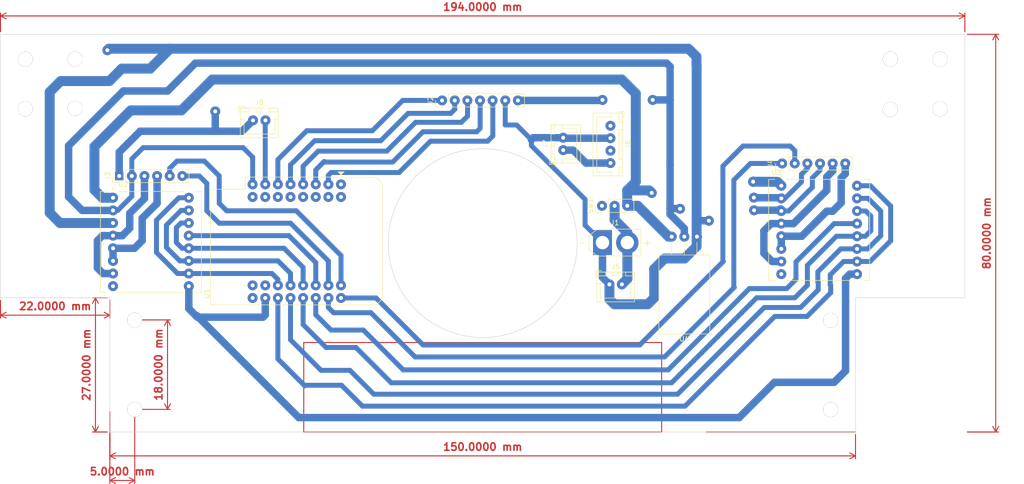
<source format=kicad_pcb>
(kicad_pcb (version 20221018) (generator pcbnew)
  (layers (0 "F.Cu" signal) (31 "B.Cu" signal) (34 "B.Paste" user) (35 "F.Paste" user) (36 "B.SilkS" user "B.Silkscreen") (37 "F.SilkS" user "F.Silkscreen") (38 "B.Mask" user) (39 "F.Mask" user) (44 "Edge.Cuts" user))
  (net 0 "")
  (net 2 "GND")
  (net 3 "BATT")
  (net 4 "OUTB_LEFT")
  (net 5 "OUTA_LEFT")
  (net 6 "STBY_LEFT")
  (net 7 "IN2_LEFT")
  (net 9 "IN1_LEFT")
  (net 10 "+3.3V")
  (net 11 "PWM_RIGH")
  (net 12 "IN1_RIGH")
  (net 13 "IN2_RIGH")
  (net 14 "STBY_RIGH")
  (net 15 "OUTA_RIGH")
  (net 17 "OUTB_RIGH")
  (net 18 "ADC")
  (net 19 "MUX1")
  (net 20 "MUX2")
  (net 21 "MUX3")
  (net 22 "MUX4")
  (net 24 "PWM_LEFT")
  (net 25 "M1_LEFT")
  (net 26 "M2_LEFT")
  (net 27 "M1_RIGH")
  (net 28 "M2_RIGH")
  (net 30 "Net-(J1-Pin_2)")
  (net 34 "7.4V")
  (net 35 "PWM_TURBINE")
  (footprint "Footprint:TB6612FNG_MODULE" (layer "F.Cu") (at 222.69 99.35)
    (fp_text reference "U3" (at -8.5932 -11.5132) (layer "F.SilkS"))
    (fp_text value "MOTOR_RIGH")
    (pad "1" thru_hole circle (at -7.62 -8.89) (size 2 2) (drill 0.8) (layers "*.Cu" "*.Mask") (net 3 "BATT"))
    (pad "2" thru_hole circle (at -7.62 -6.35) (size 2 2) (drill 0.8) (layers "*.Cu" "*.Mask") (net 10 "+3.3V"))
    (pad "3" thru_hole circle (at -7.62 -3.81) (size 2 2) (drill 0.8) (layers "*.Cu" "*.Mask") (net 2 "GND"))
    (pad "4" thru_hole circle (at -7.62 -1.27) (size 2 2) (drill 0.8) (layers "*.Cu" "*.Mask") (net 27 "M1_RIGH"))
    (pad "5" thru_hole circle (at -7.62 1.27) (size 2 2) (drill 0.8) (layers "*.Cu" "*.Mask") (net 28 "M2_RIGH"))
    (pad "6" thru_hole circle (at -7.62 3.81) (size 2 2) (drill 0.8) (layers "*.Cu" "*.Mask") (net 28 "M2_RIGH"))
    (pad "7" thru_hole circle (at -7.62 6.35) (size 2 2) (drill 0.8) (layers "*.Cu" "*.Mask") (net 27 "M1_RIGH"))
    (pad "8" thru_hole circle (at -7.62 8.89) (size 2 2) (drill 0.8) (layers "*.Cu" "*.Mask") (net 2 "GND"))
    (pad "9" thru_hole circle (at 7.62 8.89) (size 2 2) (drill 0.8) (layers "*.Cu" "*.Mask") (net 2 "GND"))
    (pad "10" thru_hole circle (at 7.62 6.35) (size 2 2) (drill 0.8) (layers "*.Cu" "*.Mask") (net 11 "PWM_RIGH"))
    (pad "11" thru_hole circle (at 7.62 3.81) (size 2 2) (drill 0.8) (layers "*.Cu" "*.Mask") (net 13 "IN2_RIGH"))
    (pad "12" thru_hole circle (at 7.62 1.27) (size 2 2) (drill 0.8) (layers "*.Cu" "*.Mask") (net 12 "IN1_RIGH"))
    (pad "13" thru_hole circle (at 7.62 -1.27) (size 2 2) (drill 0.8) (layers "*.Cu" "*.Mask") (net 14 "STBY_RIGH"))
    (pad "14" thru_hole circle (at 7.62 -3.81) (size 2 2) (drill 0.8) (layers "*.Cu" "*.Mask") (net 12 "IN1_RIGH"))
    (pad "15" thru_hole circle (at 7.62 -6.35) (size 2 2) (drill 0.8) (layers "*.Cu" "*.Mask") (net 13 "IN2_RIGH"))
    (pad "16" thru_hole circle (at 7.62 -8.89) (size 2 2) (drill 0.8) (layers "*.Cu" "*.Mask") (net 11 "PWM_RIGH"))
  )
  (footprint "Connectors_XT30-60:AMASS_XT30U-F_1x02_P5.0mm_Vertical" (layer "F.Cu") (at 179.1 101.9)
    (fp_text reference "J1" (at 2.5 -4) (layer "F.SilkS"))
    (fp_text value "BATT_11.1V")
    (fp_text user "-" (at -4 0) (layer "F.SilkS") (effects (font (size 1.5 1.5))))
    (fp_text user "+" (at 9 0) (layer "F.SilkS") (effects (font (size 1.5 1.5))))
    (pad "1" thru_hole rect (at 0 0) (size 3.8 5) (drill 2.7) (layers "*.Cu" "*.Mask") (net 2 "GND"))
    (pad "2" thru_hole circle (at 5 0) (size 4.5 4.5) (drill 2.7) (layers "*.Cu" "*.Mask") (net 30 "Net-(J1-Pin_2)"))
  )
  (footprint "Footprint:TB6612FNG_MODULE" (layer "F.Cu") (at 88.26 101.77)
    (fp_text reference "U2" (at -5.5332 -11.6132) (layer "F.SilkS"))
    (fp_text value "MOTOR_LEFT")
    (pad "1" thru_hole circle (at -7.62 -8.89) (size 2 2) (drill 0.8) (layers "*.Cu" "*.Mask") (net 3 "BATT"))
    (pad "2" thru_hole circle (at -7.62 -6.35) (size 2 2) (drill 0.8) (layers "*.Cu" "*.Mask") (net 10 "+3.3V"))
    (pad "3" thru_hole circle (at -7.62 -3.81) (size 2 2) (drill 0.8) (layers "*.Cu" "*.Mask") (net 2 "GND"))
    (pad "4" thru_hole circle (at -7.62 -1.27) (size 2 2) (drill 0.8) (layers "*.Cu" "*.Mask") (net 25 "M1_LEFT"))
    (pad "5" thru_hole circle (at -7.62 1.27) (size 2 2) (drill 0.8) (layers "*.Cu" "*.Mask") (net 26 "M2_LEFT"))
    (pad "6" thru_hole circle (at -7.62 3.81) (size 2 2) (drill 0.8) (layers "*.Cu" "*.Mask") (net 26 "M2_LEFT"))
    (pad "7" thru_hole circle (at -7.62 6.35) (size 2 2) (drill 0.8) (layers "*.Cu" "*.Mask") (net 25 "M1_LEFT"))
    (pad "8" thru_hole circle (at -7.62 8.89) (size 2 2) (drill 0.8) (layers "*.Cu" "*.Mask") (net 2 "GND"))
    (pad "9" thru_hole circle (at 7.62 8.89) (size 2 2) (drill 0.8) (layers "*.Cu" "*.Mask") (net 2 "GND"))
    (pad "10" thru_hole circle (at 7.62 6.35) (size 2 2) (drill 0.8) (layers "*.Cu" "*.Mask") (net 24 "PWM_LEFT"))
    (pad "11" thru_hole circle (at 7.62 3.81) (size 2 2) (drill 0.8) (layers "*.Cu" "*.Mask") (net 7 "IN2_LEFT"))
    (pad "12" thru_hole circle (at 7.62 1.27) (size 2 2) (drill 0.8) (layers "*.Cu" "*.Mask") (net 9 "IN1_LEFT"))
    (pad "13" thru_hole circle (at 7.62 -1.27) (size 2 2) (drill 0.8) (layers "*.Cu" "*.Mask") (net 6 "STBY_LEFT"))
    (pad "14" thru_hole circle (at 7.62 -3.81) (size 2 2) (drill 0.8) (layers "*.Cu" "*.Mask") (net 9 "IN1_LEFT"))
    (pad "15" thru_hole circle (at 7.62 -6.35) (size 2 2) (drill 0.8) (layers "*.Cu" "*.Mask") (net 7 "IN2_LEFT"))
    (pad "16" thru_hole circle (at 7.62 -8.89) (size 2 2) (drill 0.8) (layers "*.Cu" "*.Mask") (net 24 "PWM_LEFT"))
  )
  (footprint "Package_TO_SOT_THT:TO-220-3_Horizontal_TabDown" (layer "F.Cu") (at 198.1 100.7 180)
    (fp_text reference "U4" (at 2.54 -20.58) (layer "F.SilkS"))
    (fp_text value "LM1117T-3.3")
    (pad "" np_thru_hole oval (at 2.54 -16.66 180) (size 3.5 3.5) (drill 3.5) (layers "*.Cu" "*.Mask"))
    (pad "1" thru_hole circle (at 0 0 180) (size 2 2) (drill 0.8) (layers "*.Cu" "*.Mask") (net 2 "GND"))
    (pad "2" thru_hole circle (at 2.54 0 180) (size 2 2) (drill 0.8) (layers "*.Cu" "*.Mask") (net 10 "+3.3V"))
    (pad "3" thru_hole circle (at 5.08 0 180) (size 2 2) (drill 0.8) (layers "*.Cu" "*.Mask") (net 3 "BATT"))
  )
  (footprint "Connector_JST:JST_XH_B2B-XH-A_1x02_P2.50mm_Vertical" (layer "F.Cu") (at 108.8 77.3)
    (fp_text reference "J8" (at 1.25 -3.55) (layer "F.SilkS"))
    (fp_text value "TURBINE_PWM")
    (pad "1" thru_hole circle (at 0 0) (size 2 2) (drill 0.8) (layers "*.Cu" "*.Mask") (net 2 "GND"))
    (pad "2" thru_hole circle (at 2.5 0) (size 2 2) (drill 0.8) (layers "*.Cu" "*.Mask") (net 35 "PWM_TURBINE"))
  )
  (footprint "Connector_PinHeader_2.54mm:PinHeader_1x06_P2.54mm_Vertical" (layer "F.Cu") (at 215.24 85.98 90)
    (fp_text reference "J4" (at 0 -2.33 90) (layer "F.SilkS"))
    (fp_text value "ENODER_RIGH")
    (pad "1" thru_hole circle (at 0 0 90) (size 2 2) (drill 0.8) (layers "*.Cu" "*.Mask") (net 17 "OUTB_RIGH"))
    (pad "2" thru_hole circle (at 0 2.54 90) (size 2 2) (drill 0.8) (layers "*.Cu" "*.Mask") (net 15 "OUTA_RIGH"))
    (pad "3" thru_hole circle (at 0 5.08 90) (size 2 2) (drill 0.8) (layers "*.Cu" "*.Mask") (net 10 "+3.3V"))
    (pad "4" thru_hole circle (at 0 7.62 90) (size 2 2) (drill 0.8) (layers "*.Cu" "*.Mask") (net 2 "GND"))
    (pad "5" thru_hole circle (at 0 10.16 90) (size 2 2) (drill 0.8) (layers "*.Cu" "*.Mask") (net 27 "M1_RIGH"))
    (pad "6" thru_hole circle (at 0 12.7 90) (size 2 2) (drill 0.8) (layers "*.Cu" "*.Mask") (net 28 "M2_RIGH"))
  )
  (footprint "Module:WEMOS_S2_mini" (layer "F.Cu") (at 126.5 90.18 -90)
    (fp_text reference "U1" (at 22 27 90) (layer "F.SilkS"))
    (fp_text value "WeMos_S2_mini")
    (pad "1" thru_hole circle (at 0 0 270) (size 2 2) (drill 0.8) (layers "*.Cu" "*.Mask"))
    (pad "2" thru_hole circle (at 0 2.54 270) (size 2 2) (drill 0.8) (layers "*.Cu" "*.Mask") (net 18 "ADC"))
    (pad "3" thru_hole circle (at 0 5.08 270) (size 2 2) (drill 0.8) (layers "*.Cu" "*.Mask") (net 19 "MUX1"))
    (pad "4" thru_hole circle (at 0 7.62 270) (size 2 2) (drill 0.8) (layers "*.Cu" "*.Mask") (net 20 "MUX2"))
    (pad "5" thru_hole circle (at 0 10.16 270) (size 2 2) (drill 0.8) (layers "*.Cu" "*.Mask") (net 21 "MUX3"))
    (pad "6" thru_hole circle (at 0 12.7 270) (size 2 2) (drill 0.8) (layers "*.Cu" "*.Mask") (net 22 "MUX4"))
    (pad "7" thru_hole circle (at 0 15.24 270) (size 2 2) (drill 0.8) (layers "*.Cu" "*.Mask") (net 35 "PWM_TURBINE"))
    (pad "8" thru_hole circle (at 0 17.78 270) (size 2 2) (drill 0.8) (layers "*.Cu" "*.Mask") (net 10 "+3.3V"))
    (pad "9" thru_hole circle (at 22.86 17.78 270) (size 2 2) (drill 0.8) (layers "*.Cu" "*.Mask"))
    (pad "10" thru_hole circle (at 22.86 15.24 270) (size 2 2) (drill 0.8) (layers "*.Cu" "*.Mask") (net 2 "GND"))
    (pad "11" thru_hole circle (at 22.86 12.7 270) (size 2 2) (drill 0.8) (layers "*.Cu" "*.Mask") (net 11 "PWM_RIGH"))
    (pad "12" thru_hole circle (at 22.86 10.16 270) (size 2 2) (drill 0.8) (layers "*.Cu" "*.Mask") (net 13 "IN2_RIGH"))
    (pad "13" thru_hole circle (at 22.86 7.62 270) (size 2 2) (drill 0.8) (layers "*.Cu" "*.Mask") (net 12 "IN1_RIGH"))
    (pad "14" thru_hole circle (at 22.86 5.08 270) (size 2 2) (drill 0.8) (layers "*.Cu" "*.Mask") (net 14 "STBY_RIGH"))
    (pad "15" thru_hole circle (at 22.86 2.54 270) (size 2 2) (drill 0.8) (layers "*.Cu" "*.Mask") (net 17 "OUTB_RIGH"))
    (pad "16" thru_hole circle (at 22.86 0 270) (size 2 2) (drill 0.8) (layers "*.Cu" "*.Mask") (net 15 "OUTA_RIGH"))
    (pad "17" thru_hole circle (at 2.54 0 270) (size 2 2) (drill 0.8) (layers "*.Cu" "*.Mask"))
    (pad "18" thru_hole circle (at 2.54 2.54 270) (size 2 2) (drill 0.8) (layers "*.Cu" "*.Mask"))
    (pad "19" thru_hole circle (at 2.54 5.08 270) (size 2 2) (drill 0.8) (layers "*.Cu" "*.Mask"))
    (pad "20" thru_hole circle (at 2.54 7.62 270) (size 2 2) (drill 0.8) (layers "*.Cu" "*.Mask"))
    (pad "21" thru_hole circle (at 2.54 10.16 270) (size 2 2) (drill 0.8) (layers "*.Cu" "*.Mask"))
    (pad "22" thru_hole circle (at 2.54 12.7 270) (size 2 2) (drill 0.8) (layers "*.Cu" "*.Mask"))
    (pad "23" thru_hole circle (at 2.54 15.24 270) (size 2 2) (drill 0.8) (layers "*.Cu" "*.Mask"))
    (pad "24" thru_hole circle (at 2.54 17.78 270) (size 2 2) (drill 0.8) (layers "*.Cu" "*.Mask"))
    (pad "25" thru_hole circle (at 20.32 17.78 270) (size 2 2) (drill 0.8) (layers "*.Cu" "*.Mask"))
    (pad "26" thru_hole circle (at 20.32 15.24 270) (size 2 2) (drill 0.8) (layers "*.Cu" "*.Mask") (net 2 "GND"))
    (pad "27" thru_hole circle (at 20.32 12.7 270) (size 2 2) (drill 0.8) (layers "*.Cu" "*.Mask") (net 24 "PWM_LEFT"))
    (pad "28" thru_hole circle (at 20.32 10.16 270) (size 2 2) (drill 0.8) (layers "*.Cu" "*.Mask") (net 7 "IN2_LEFT"))
    (pad "29" thru_hole circle (at 20.32 7.62 270) (size 2 2) (drill 0.8) (layers "*.Cu" "*.Mask") (net 9 "IN1_LEFT"))
    (pad "30" thru_hole circle (at 20.32 5.08 270) (size 2 2) (drill 0.8) (layers "*.Cu" "*.Mask") (net 6 "STBY_LEFT"))
    (pad "31" thru_hole circle (at 20.32 2.54 270) (size 2 2) (drill 0.8) (layers "*.Cu" "*.Mask") (net 5 "OUTA_LEFT"))
    (pad "32" thru_hole circle (at 20.32 0 270) (size 2 2) (drill 0.8) (layers "*.Cu" "*.Mask") (net 4 "OUTB_LEFT"))
  )
  (footprint "Connector_JST:JST_XH_B2B-XH-A_1x02_P2.50mm_Vertical" (layer "F.Cu") (at 180.5 110.3)
    (fp_text reference "J5" (at 1.25 -3.55) (layer "F.SilkS"))
    (fp_text value "BATT_7.4V")
    (pad "1" thru_hole circle (at 0 0) (size 2 2) (drill 0.8) (layers "*.Cu" "*.Mask") (net 2 "GND"))
    (pad "2" thru_hole circle (at 2.5 0) (size 2 2) (drill 0.8) (layers "*.Cu" "*.Mask") (net 30 "Net-(J1-Pin_2)"))
  )
  (footprint "Connector_PinHeader_2.54mm:PinHeader_1x06_P2.54mm_Vertical" (layer "F.Cu") (at 81.88 88.5 90)
    (fp_text reference "J3" (at 0 -2.33 90) (layer "F.SilkS"))
    (fp_text value "ENODER_LEFT")
    (pad "1" thru_hole rect (at 0 0 90) (size 1.7 1.7) (drill 0.8) (layers "*.Cu" "*.Mask") (net 2 "GND"))
    (pad "2" thru_hole circle (at 0 2.54 90) (size 2 2) (drill 0.8) (layers "*.Cu" "*.Mask") (net 10 "+3.3V"))
    (pad "3" thru_hole circle (at 0 5.08 90) (size 2 2) (drill 0.8) (layers "*.Cu" "*.Mask") (net 25 "M1_LEFT"))
    (pad "4" thru_hole circle (at 0 7.62 90) (size 2 2) (drill 0.8) (layers "*.Cu" "*.Mask") (net 26 "M2_LEFT"))
    (pad "5" thru_hole circle (at 0 10.16 90) (size 2 2) (drill 0.8) (layers "*.Cu" "*.Mask") (net 4 "OUTB_LEFT"))
    (pad "6" thru_hole circle (at 0 12.7 90) (size 2 2) (drill 0.8) (layers "*.Cu" "*.Mask") (net 5 "OUTA_LEFT"))
  )
  (footprint "Connector_JST:JST_XH_B4B-XH-A_1x04_P2.50mm_Vertical" (layer "F.Cu") (at 180.7 78.4 -90)
    (fp_text reference "J6" (at 3.75 -3.55 90) (layer "F.SilkS"))
    (fp_text value "JST-7.7V")
    (pad "1" thru_hole circle (at 0 0 270) (size 2 2) (drill 0.8) (layers "*.Cu" "*.Mask"))
    (pad "2" thru_hole circle (at 2.5 0 270) (size 2 2) (drill 0.8) (layers "*.Cu" "*.Mask") (net 2 "GND"))
    (pad "3" thru_hole circle (at 5 0 270) (size 2 2) (drill 0.8) (layers "*.Cu" "*.Mask"))
    (pad "4" thru_hole circle (at 7.5 0 270) (size 2 2) (drill 0.8) (layers "*.Cu" "*.Mask") (net 34 "7.4V"))
  )
  (footprint "Connector_PinHeader_2.54mm:PinHeader_1x03_P2.54mm_Vertical" (layer "F.Cu") (at 179 94.5 90)
    (fp_text reference "SW1" (at 0 -2.33 90) (layer "F.SilkS"))
    (fp_text value "Switch")
    (pad "1" thru_hole circle (at 0 0 90) (size 2 2) (drill 0.8) (layers "*.Cu" "*.Mask"))
    (pad "2" thru_hole circle (at 0 2.54 90) (size 2 2) (drill 0.8) (layers "*.Cu" "*.Mask") (net 30 "Net-(J1-Pin_2)"))
    (pad "3" thru_hole circle (at 0 5.08 90) (size 2 2) (drill 0.8) (layers "*.Cu" "*.Mask") (net 3 "BATT"))
  )
  (footprint "Connector_JST:JST_XH_B2B-XH-A_1x02_P2.50mm_Vertical" (layer "F.Cu") (at 171.2 83.3 90)
    (fp_text reference "J7" (at 1.25 -3.55 90) (layer "F.SilkS"))
    (fp_text value "TURBINE_POWER")
    (pad "1" thru_hole circle (at 0 0 90) (size 2 2) (drill 0.8) (layers "*.Cu" "*.Mask") (net 34 "7.4V"))
    (pad "2" thru_hole circle (at 2.5 0 90) (size 2 2) (drill 0.8) (layers "*.Cu" "*.Mask") (net 2 "GND"))
  )
  (footprint "Connector_PinHeader_2.54mm:PinHeader_1x07_P2.54mm_Vertical" (layer "F.Cu") (at 146.84 73.3 90)
    (fp_text reference "J2" (at 0 -2.33 90) (layer "F.SilkS"))
    (fp_text value "Conn_01x07")
    (pad "1" thru_hole circle (at 0 0 90) (size 2 2) (drill 0.8) (layers "*.Cu" "*.Mask") (net 22 "MUX4"))
    (pad "2" thru_hole circle (at 0 2.54 90) (size 2 2) (drill 0.8) (layers "*.Cu" "*.Mask") (net 21 "MUX3"))
    (pad "3" thru_hole circle (at 0 5.08 90) (size 2 2) (drill 0.8) (layers "*.Cu" "*.Mask") (net 20 "MUX2"))
    (pad "4" thru_hole circle (at 0 7.62 90) (size 2 2) (drill 0.8) (layers "*.Cu" "*.Mask") (net 19 "MUX1"))
    (pad "5" thru_hole circle (at 0 10.16 90) (size 2 2) (drill 0.8) (layers "*.Cu" "*.Mask") (net 18 "ADC"))
    (pad "6" thru_hole circle (at 0 12.7 90) (size 2 2) (drill 0.8) (layers "*.Cu" "*.Mask") (net 2 "GND"))
    (pad "7" thru_hole circle (at 0 15.24 90) (size 2 2) (drill 0.8) (layers "*.Cu" "*.Mask") (net 10 "+3.3V"))
  )
  (gr_line (start 119 140) (end 119 122) (stroke (width 0.2)) (layer "F.Cu"))
  (gr_line (start 191 140) (end 191 122) (stroke (width 0.2)) (layer "F.Cu"))
  (gr_line (start 230 140) (end 200 140) (stroke (width 0.2)) (layer "F.Cu"))
  (gr_line (start 119 140) (end 191 140) (stroke (width 0.2)) (layer "F.Cu"))
  (gr_line (start 119 122) (end 191 122) (stroke (width 0.2)) (layer "F.Cu"))
  (gr_line (start 80 140) (end 80 113) (stroke (width 0.1)) (layer "Edge.Cuts"))
  (gr_line (start 252 113) (end 252 60) (stroke (width 0.1)) (layer "Edge.Cuts"))
  (gr_line (start 252 113) (end 230 113) (stroke (width 0.1)) (layer "Edge.Cuts"))
  (gr_line (start 80 113) (end 58 113) (stroke (width 0.1)) (layer "Edge.Cuts"))
  (gr_line (start 230 140) (end 230 113) (stroke (width 0.1)) (layer "Edge.Cuts"))
  (gr_line (start 252 60) (end 58 60) (stroke (width 0.1)) (layer "Edge.Cuts"))
  (gr_line (start 80 140) (end 230 140) (stroke (width 0.1)) (layer "Edge.Cuts"))
  (gr_line (start 58 60) (end 58 113) (stroke (width 0.1)) (layer "Edge.Cuts"))
  (gr_circle (center 155 102) (end 155 121) (stroke (width 0.1)) (fill none) (layer "Edge.Cuts"))
  (dimension (type aligned) (layer "F.Cu") (pts (xy 85 135.45) (xy 80 135.45)) (height -14.3) (gr_text "5,0000 mm" (at 82.5 147.95) (layer "F.Cu") (effects (font (size 1.5 1.5) (thickness 0.3)))) (format (prefix "") (suffix "") (units 3) (units_format 1) (precision 4)) (style (thickness 0.2) (arrow_length 1.27) (text_position_mode 0) (extension_height 0.58642) (extension_offset 0.5) keep_text_aligned))
  (dimension (type aligned) (layer "F.Cu") (pts (xy 85 135.45) (xy 85 117.45)) (height 6.6) (gr_text "18,0000 mm" (at 89.8 126.45 90) (layer "F.Cu") (effects (font (size 1.5 1.5) (thickness 0.3)))) (format (prefix "") (suffix "") (units 3) (units_format 1) (precision 4)) (style (thickness 0.2) (arrow_length 1.27) (text_position_mode 0) (extension_height 0.58642) (extension_offset 0.5) keep_text_aligned))
  (dimension (type aligned) (layer "F.Cu") (pts (xy 58 60) (xy 252 60)) (height -3.7) (gr_text "194,0000 mm" (at 155 54.5) (layer "F.Cu") (effects (font (size 1.5 1.5) (thickness 0.3)))) (format (prefix "") (suffix "") (units 3) (units_format 1) (precision 4)) (style (thickness 0.2) (arrow_length 1.27) (text_position_mode 0) (extension_height 0.58642) (extension_offset 0.5) keep_text_aligned))
  (dimension (type aligned) (layer "F.Cu") (pts (xy 58 113) (xy 80 113)) (height 3.499999) (gr_text "22,0000 mm" (at 69 114.699999) (layer "F.Cu") (effects (font (size 1.5 1.5) (thickness 0.3)))) (format (prefix "") (suffix "") (units 3) (units_format 1) (precision 4)) (style (thickness 0.2) (arrow_length 1.27) (text_position_mode 0) (extension_height 0.58642) (extension_offset 0.5) keep_text_aligned))
  (dimension (type aligned) (layer "F.Cu") (pts (xy 252 60) (xy 252 140)) (height -6.2) (gr_text "80,0000 mm" (at 256.4 100 90) (layer "F.Cu") (effects (font (size 1.5 1.5) (thickness 0.3)))) (format (prefix "") (suffix "") (units 3) (units_format 1) (precision 4)) (style (thickness 0.2) (arrow_length 1.27) (text_position_mode 0) (extension_height 0.58642) (extension_offset 0.5) keep_text_aligned))
  (dimension (type aligned) (layer "F.Cu") (pts (xy 80 140) (xy 80 113)) (height -2.9) (gr_text "27,0000 mm" (at 75.3 126.5 90) (layer "F.Cu") (effects (font (size 1.5 1.5) (thickness 0.3)))) (format (prefix "") (suffix "") (units 3) (units_format 1) (precision 4)) (style (thickness 0.2) (arrow_length 1.27) (text_position_mode 0) (extension_height 0.58642) (extension_offset 0.5) keep_text_aligned))
  (dimension (type aligned) (layer "F.Cu") (pts (xy 80 140) (xy 230 140)) (height 4.799999) (gr_text "150,0000 mm" (at 155 142.999999) (layer "F.Cu") (effects (font (size 1.5 1.5) (thickness 0.3)))) (format (prefix "") (suffix "") (units 3) (units_format 1) (precision 4)) (style (thickness 0.2) (arrow_length 1.27) (text_position_mode 0) (extension_height 0.58642) (extension_offset 0.5) keep_text_aligned))
  (via (at 237 65) (size 3) (drill 3) (layers "F.Cu" "B.Cu") (net 0))
  (via (at 63 75) (size 3) (drill 3) (layers "F.Cu" "B.Cu") (net 0))
  (via (at 247 75) (size 3) (drill 3) (layers "F.Cu" "B.Cu") (net 0))
  (via (at 85 117.5) (size 3) (drill 3) (layers "F.Cu" "B.Cu") (net 0))
  (via (at 73 65) (size 3) (drill 3) (layers "F.Cu" "B.Cu") (net 0))
  (via (at 247 65) (size 3) (drill 3) (layers "F.Cu" "B.Cu") (net 0))
  (via (at 237 75.1) (size 3) (drill 3) (layers "F.Cu" "B.Cu") (net 0))
  (via (at 85 135.45) (size 3) (drill 3) (layers "F.Cu" "B.Cu") (net 0))
  (via (at 225 117.55) (size 3) (drill 3) (layers "F.Cu" "B.Cu") (net 0))
  (via (at 63 65) (size 3) (drill 3) (layers "F.Cu" "B.Cu") (net 0))
  (via (at 73 74.9) (size 3) (drill 3) (layers "F.Cu" "B.Cu") (net 0))
  (via (at 225 135.5) (size 3) (drill 3) (layers "F.Cu" "B.Cu") (net 0))
  (via (at 209.6 95.4) (size 2) (drill 0.8) (layers "F.Cu" "B.Cu") (net 2))
  (via (at 79.5 63.2) (size 2) (drill 0.8) (layers "F.Cu" "B.Cu") (net 2))
  (via (at 200.5 97.5) (size 2) (drill 0.8) (layers "F.Cu" "B.Cu") (net 2))
  (via (at 101.2 75.5) (size 2) (drill 0.8) (layers "F.Cu" "B.Cu") (net 2))
  (segment (start 230.31 108.24) (end 228.86 108.24) (width 1.5) (layer "B.Cu") (net 2))
  (segment (start 159.54 78.24) (end 161.84 78.24) (width 1) (layer "B.Cu") (net 2))
  (segment (start 209.6 95.4) (end 209.52 95.38) (width 1.5) (layer "B.Cu") (net 2))
  (segment (start 118 137.1) (end 97.5 116.6) (width 1.5) (layer "B.Cu") (net 2))
  (segment (start 69.96 97.96) (end 67.9 95.9) (width 2) (layer "B.Cu") (net 2))
  (segment (start 159.54 73.3) (end 159.54 78.24) (width 1) (layer "B.Cu") (net 2))
  (segment (start 95.88 110.66) (end 95.88 115.18) (width 1.5) (layer "B.Cu") (net 2))
  (segment (start 196.4 62.9) (end 198 64.5) (width 2) (layer "B.Cu") (net 2))
  (segment (start 178.4 101.9) (end 179.1 101.9) (width 1) (layer "B.Cu") (net 2))
  (segment (start 222.86 87.34) (end 222.86 85.98) (width 1) (layer "B.Cu") (net 2))
  (segment (start 175.6 98.4) (end 175.6 93.2) (width 1) (layer "B.Cu") (net 2))
  (segment (start 86.1 79.5) (end 81.88 83.72) (width 1.5) (layer "B.Cu") (net 2))
  (segment (start 213.7 130) (end 206.6 137.1) (width 1.5) (layer "B.Cu") (net 2))
  (segment (start 79.8 62.9) (end 79.5 63.2) (width 2) (layer "B.Cu") (net 2))
  (segment (start 111.26 116.44) (end 110.8 116.9) (width 1.5) (layer "B.Cu") (net 2))
  (segment (start 81.88 83.72) (end 81.88 88.5) (width 1.5) (layer "B.Cu") (net 2))
  (segment (start 67.9 71.6) (end 70.1 69.4) (width 2) (layer "B.Cu") (net 2))
  (segment (start 92.1 62.9) (end 196.4 62.9) (width 2) (layer "B.Cu") (net 2))
  (segment (start 215.07 95.54) (end 216.56 95.54) (width 1) (layer "B.Cu") (net 2))
  (segment (start 82.4 66.9) (end 88.1 66.9) (width 2) (layer "B.Cu") (net 2))
  (segment (start 198.04 97.5) (end 200.5 97.5) (width 1.5) (layer "B.Cu") (net 2))
  (segment (start 198.04 102.66) (end 195.6 105.1) (width 2) (layer "B.Cu") (net 2))
  (segment (start 110.8 116.9) (end 97.6 116.9) (width 1.5) (layer "B.Cu") (net 2))
  (segment (start 161.84 78.24) (end 164.8 81.2) (width 1) (layer "B.Cu") (net 2))
  (segment (start 111.26 113.04) (end 111.26 116.44) (width 1.5) (layer "B.Cu") (net 2))
  (segment (start 171.2 80.8) (end 165.2 80.8) (width 1.5) (layer "B.Cu") (net 2))
  (segment (start 95.88 115.18) (end 97.3 116.6) (width 1.5) (layer "B.Cu") (net 2))
  (segment (start 108.8 77.3) (end 106.6 79.5) (width 1.5) (layer "B.Cu") (net 2))
  (segment (start 195.6 105.1) (end 191.6 105.1) (width 2) (layer "B.Cu") (net 2))
  (segment (start 88.1 66.9) (end 92.1 62.9) (width 2) (layer "B.Cu") (net 2))
  (segment (start 106.6 79.5) (end 101.2 79.5) (width 1.5) (layer "B.Cu") (net 2))
  (segment (start 188.2 114.3) (end 181.5 114.3) (width 2) (layer "B.Cu") (net 2))
  (segment (start 221.32 90.78) (end 221.32 88.88) (width 1) (layer "B.Cu") (net 2))
  (segment (start 189.5 113) (end 188.2 114.3) (width 2) (layer "B.Cu") (net 2))
  (segment (start 97.5 116.6) (end 97.3 116.6) (width 1.5) (layer "B.Cu") (net 2))
  (segment (start 189.5 107.2) (end 189.5 113) (width 2) (layer "B.Cu") (net 2))
  (segment (start 225.7 130) (end 213.7 130) (width 1.5) (layer "B.Cu") (net 2))
  (segment (start 179.1 101.9) (end 175.6 98.4) (width 1) (layer "B.Cu") (net 2))
  (segment (start 198.04 99.9) (end 198.04 97.5) (width 2) (layer "B.Cu") (net 2))
  (segment (start 101.2 79.5) (end 86.1 79.5) (width 1.5) (layer "B.Cu") (net 2))
  (segment (start 92.1 62.9) (end 79.8 62.9) (width 2) (layer "B.Cu") (net 2))
  (segment (start 80.64 97.96) (end 69.96 97.96) (width 2) (layer "B.Cu") (net 2))
  (segment (start 206.6 137.1) (end 118 137.1) (width 1.5) (layer "B.Cu") (net 2))
  (segment (start 216.56 95.54) (end 221.32 90.78) (width 1) (layer "B.Cu") (net 2))
  (segment (start 221.32 88.88) (end 222.86 87.34) (width 1) (layer "B.Cu") (net 2))
  (segment (start 209.62 95.38) (end 209.6 95.4) (width 1.5) (layer "B.Cu") (net 2))
  (segment (start 180.5 113.3) (end 180.5 110.3) (width 2) (layer "B.Cu") (net 2))
  (segment (start 198.04 66.14) (end 198.04 97.5) (width 2) (layer "B.Cu") (net 2))
  (segment (start 198 64.5) (end 198 66.1) (width 2) (layer "B.Cu") (net 2))
  (segment (start 179.1 108.9) (end 180.5 110.3) (width 1.5) (layer "B.Cu") (net 2))
  (segment (start 164.8 82.4) (end 164.8 81.2) (width 1) (layer "B.Cu") (net 2))
  (segment (start 80.5 110.8) (end 80.64 110.66) (width 1.5) (layer "B.Cu") (net 2))
  (segment (start 97.6 116.9) (end 97.3 116.6) (width 1.5) (layer "B.Cu") (net 2))
  (segment (start 179.1 101.9) (end 179.1 108.9) (width 1.5) (layer "B.Cu") (net 2))
  (segment (start 209.52 95.38) (end 214.91 95.38) (width 1.5) (layer "B.Cu") (net 2))
  (segment (start 165.2 80.8) (end 164.8 81.2) (width 1.5) (layer "B.Cu") (net 2))
  (segment (start 198 66.1) (end 198.04 66.14) (width 2) (layer "B.Cu") (net 2))
  (segment (start 70.1 69.4) (end 79.9 69.4) (width 2) (layer "B.Cu") (net 2))
  (segment (start 228 127.7) (end 225.7 130) (width 1.5) (layer "B.Cu") (net 2))
  (segment (start 214.91 95.38) (end 215.07 95.54) (width 2) (layer "B.Cu") (net 2))
  (segment (start 175.6 93.2) (end 164.8 82.4) (width 1) (layer "B.Cu") (net 2))
  (segment (start 228 109.1) (end 228 127.7) (width 1.5) (layer "B.Cu") (net 2))
  (segment (start 228.86 108.24) (end 228 109.1) (width 1.5) (layer "B.Cu") (net 2))
  (segment (start 67.9 95.9) (end 67.9 71.6) (width 2) (layer "B.Cu") (net 2))
  (segment (start 191.6 105.1) (end 189.5 107.2) (width 2) (layer "B.Cu") (net 2))
  (segment (start 101.2 79.5) (end 101.2 75.5) (width 1.5) (layer "B.Cu") (net 2))
  (segment (start 180.7 80.9) (end 171.3 80.9) (width 1.5) (layer "B.Cu") (net 2))
  (segment (start 79.9 69.4) (end 82.4 66.9) (width 2) (layer "B.Cu") (net 2))
  (segment (start 171.3 80.9) (end 171.2 80.8) (width 1.5) (layer "B.Cu") (net 2))
  (segment (start 200.5 97.5) (end 200.4 97.5) (width 1.5) (layer "B.Cu") (net 2))
  (segment (start 181.5 114.3) (end 180.5 113.3) (width 2) (layer "B.Cu") (net 2))
  (segment (start 198.04 100.46) (end 198.04 102.66) (width 2) (layer "B.Cu") (net 2))
  (via (at 189 91.9) (size 2) (drill 0.8) (layers "F.Cu" "B.Cu") (net 3))
  (via (at 209.4 89.65) (size 2) (drill 0.8) (layers "F.Cu" "B.Cu") (net 3))
  (segment (start 184.08 91.4) (end 185.8 89.68) (width 2) (layer "B.Cu") (net 3))
  (segment (start 214.29 89.68) (end 215.07 90.46) (width 2) (layer "B.Cu") (net 3))
  (segment (start 185.8 89.68) (end 185.8 71.92) (width 2) (layer "B.Cu") (net 3))
  (segment (start 80.52 93) (end 80.64 92.88) (width 1.5) (layer "B.Cu") (net 3))
  (segment (start 184.08 94.5) (end 184.08 91.4) (width 2) (layer "B.Cu") (net 3))
  (segment (start 182.98 69.1) (end 100.6 69.1) (width 2) (layer "B.Cu") (net 3))
  (segment (start 209.4 89.65) (end 214.29 89.68) (width 2) (layer "B.Cu") (net 3))
  (segment (start 188.5 91.4) (end 189 91.9) (width 2) (layer "B.Cu") (net 3))
  (segment (start 189 91.9) (end 188.9 91.8) (width 2) (layer "B.Cu") (net 3))
  (segment (start 78.48 92.88) (end 80.64 92.88) (width 2) (layer "B.Cu") (net 3))
  (segment (start 184.08 94.5) (end 186.2 94.5) (width 2) (layer "B.Cu") (net 3))
  (segment (start 94.4 75.3) (end 84.2 75.3) (width 2) (layer "B.Cu") (net 3))
  (segment (start 84.2 75.3) (end 76.9 82.6) (width 2) (layer "B.Cu") (net 3))
  (segment (start 184.08 91.4) (end 188.5 91.4) (width 2) (layer "B.Cu") (net 3))
  (segment (start 192.4 100.7) (end 193.02 100.7) (width 2) (layer "B.Cu") (net 3))
  (segment (start 209.42 89.68) (end 209.4 89.65) (width 2) (layer "B.Cu") (net 3))
  (segment (start 186.2 94.5) (end 192.4 100.7) (width 2) (layer "B.Cu") (net 3))
  (segment (start 185.8 71.92) (end 182.98 69.1) (width 2) (layer "B.Cu") (net 3))
  (segment (start 76.9 82.6) (end 76.9 91.3) (width 2) (layer "B.Cu") (net 3))
  (segment (start 100.6 69.1) (end 94.4 75.3) (width 2) (layer "B.Cu") (net 3))
  (segment (start 76.9 91.3) (end 78.48 92.88) (width 2) (layer "B.Cu") (net 3))
  (segment (start 102 94) (end 102 88.5) (width 1) (layer "B.Cu") (net 4))
  (segment (start 92.04 86.96) (end 92.04 88.5) (width 1) (layer "B.Cu") (net 4))
  (segment (start 126.5 110.5) (end 126.5 104.5) (width 1) (layer "B.Cu") (net 4))
  (segment (start 103.5 95.5) (end 102 94) (width 1) (layer "B.Cu") (net 4))
  (segment (start 126.5 104.5) (end 117.5 95.5) (width 1) (layer "B.Cu") (net 4))
  (segment (start 117.5 95.5) (end 103.5 95.5) (width 1) (layer "B.Cu") (net 4))
  (segment (start 93.5 85.5) (end 92.04 86.96) (width 1) (layer "B.Cu") (net 4))
  (segment (start 102 88.5) (end 99 85.5) (width 1) (layer "B.Cu") (net 4))
  (segment (start 99 85.5) (end 93.5 85.5) (width 1) (layer "B.Cu") (net 4))
  (segment (start 99.5 95.5) (end 102 98) (width 1) (layer "B.Cu") (net 5))
  (segment (start 102 98) (end 116.348528 98) (width 1) (layer "B.Cu") (net 5))
  (segment (start 98 88.5) (end 99.5 90) (width 1) (layer "B.Cu") (net 5))
  (segment (start 123.96 105.611472) (end 123.96 110.5) (width 1) (layer "B.Cu") (net 5))
  (segment (start 94.58 88.5) (end 98 88.5) (width 1) (layer "B.Cu") (net 5))
  (segment (start 116.348528 98) (end 123.96 105.611472) (width 1) (layer "B.Cu") (net 5))
  (segment (start 99.5 90) (end 99.5 95.5) (width 1) (layer "B.Cu") (net 5))
  (segment (start 121.42 105.92) (end 121.42 110.5) (width 1) (layer "B.Cu") (net 6))
  (segment (start 116 100.5) (end 121.42 105.92) (width 1) (layer "B.Cu") (net 6))
  (segment (start 95.88 100.5) (end 116 100.5) (width 1) (layer "B.Cu") (net 6))
  (segment (start 94.08 105.58) (end 95.88 105.58) (width 1) (layer "B.Cu") (net 7))
  (segment (start 95.88 105.58) (end 113.83 105.58) (width 1) (layer "B.Cu") (net 7))
  (segment (start 91.38 102.88) (end 94.08 105.58) (width 1) (layer "B.Cu") (net 7))
  (segment (start 113.83 105.58) (end 116.34 108.09) (width 1) (layer "B.Cu") (net 7))
  (segment (start 95.88 95.42) (end 94.34 95.42) (width 1) (layer "B.Cu") (net 7))
  (segment (start 91.38 98.38) (end 91.38 102.88) (width 1) (layer "B.Cu") (net 7))
  (segment (start 116.34 108.09) (end 116.34 110.5) (width 1) (layer "B.Cu") (net 7))
  (segment (start 94.34 95.42) (end 91.38 98.38) (width 1) (layer "B.Cu") (net 7))
  (segment (start 118.88 106.88) (end 118.88 110.5) (width 1) (layer "B.Cu") (net 9))
  (segment (start 93.38 101.88) (end 94.54 103.04) (width 1) (layer "B.Cu") (net 9))
  (segment (start 94.3 97.96) (end 93.38 98.88) (width 1) (layer "B.Cu") (net 9))
  (segment (start 95.88 103.04) (end 115.04 103.04) (width 1) (layer "B.Cu") (net 9))
  (segment (start 95.88 97.96) (end 94.3 97.96) (width 1) (layer "B.Cu") (net 9))
  (segment (start 115.04 103.04) (end 118.88 106.88) (width 1) (layer "B.Cu") (net 9))
  (segment (start 94.54 103.04) (end 95.88 103.04) (width 1) (layer "B.Cu") (net 9))
  (segment (start 93.38 98.88) (end 93.38 101.88) (width 1) (layer "B.Cu") (net 9))
  (via (at 209.55 92.85) (size 2) (drill 0.8) (layers "F.Cu" "B.Cu") (net 10))
  (via (at 189.2 73.2) (size 2) (drill 0.8) (layers "F.Cu" "B.Cu") (net 10))
  (via (at 179.1 73.2) (size 2) (drill 0.8) (layers "F.Cu" "B.Cu") (net 10))
  (via (at 194.7 95.1) (size 2) (drill 0.8) (layers "F.Cu" "B.Cu") (net 10))
  (segment (start 192.7 96.2) (end 192.7 95) (width 1.5) (layer "B.Cu") (net 10))
  (segment (start 192.7 66.5) (end 192 65.8) (width 1.5) (layer "B.Cu") (net 10))
  (segment (start 86.7 82.8) (end 106.8 82.8) (width 1) (layer "B.Cu") (net 10))
  (segment (start 179.1 73.3) (end 179.1 73.3) (width 1.5) (layer "B.Cu") (net 10))
  (segment (start 80.64 95.42) (end 81.58 95.42) (width 1) (layer "B.Cu") (net 10))
  (segment (start 209.52 92.88) (end 209.55 92.85) (width 1.5) (layer "B.Cu") (net 10))
  (segment (start 106.8 82.8) (end 108.72 84.72) (width 1) (layer "B.Cu") (net 10))
  (segment (start 192.7 73.2) (end 192.7 66.5) (width 1.5) (layer "B.Cu") (net 10))
  (segment (start 215.8 93) (end 219.12 89.68) (width 1) (layer "B.Cu") (net 10))
  (segment (start 74.42 95.42) (end 80.64 95.42) (width 1.5) (layer "B.Cu") (net 10))
  (segment (start 179.1 73.3) (end 179.1 73.2) (width 1.5) (layer "B.Cu") (net 10))
  (segment (start 214.95 92.88) (end 215.07 93) (width 1.5) (layer "B.Cu") (net 10))
  (segment (start 81.58 95.42) (end 84.42 92.58) (width 1) (layer "B.Cu") (net 10))
  (segment (start 192.7 95) (end 194.7 95.1) (width 1.5) (layer "B.Cu") (net 10))
  (segment (start 209.58 92.88) (end 214.95 92.88) (width 1.5) (layer "B.Cu") (net 10))
  (segment (start 162.08 73.3) (end 179.1 73.3) (width 1.5) (layer "B.Cu") (net 10))
  (segment (start 209.55 92.85) (end 209.58 92.88) (width 1.5) (layer "B.Cu") (net 10))
  (segment (start 97.2 65.8) (end 91.6 71.4) (width 1.5) (layer "B.Cu") (net 10))
  (segment (start 84.42 92.58) (end 84.42 88.5) (width 1) (layer "B.Cu") (net 10))
  (segment (start 195.56 100.7) (end 195.56 99.06) (width 1.5) (layer "B.Cu") (net 10))
  (segment (start 192.7 95) (end 192.7 86.3) (width 1.5) (layer "B.Cu") (net 10))
  (segment (start 219.12 88.18) (end 220.32 86.98) (width 1) (layer "B.Cu") (net 10))
  (segment (start 108.72 84.72) (end 108.72 90.18) (width 1) (layer "B.Cu") (net 10))
  (segment (start 219.12 89.68) (end 219.12 88.18) (width 1) (layer "B.Cu") (net 10))
  (segment (start 194.7 95.1) (end 194.6 95) (width 1.5) (layer "B.Cu") (net 10))
  (segment (start 84.42 85.08) (end 86.7 82.8) (width 1) (layer "B.Cu") (net 10))
  (segment (start 71.7 82.4) (end 71.7 92.7) (width 1.5) (layer "B.Cu") (net 10))
  (segment (start 179.2 73.2) (end 179.2 73.2) (width 1.5) (layer "B.Cu") (net 10))
  (segment (start 189.2 73.2) (end 192.7 73.2) (width 1.5) (layer "B.Cu") (net 10))
  (segment (start 179.1 73.2) (end 179.2 73.2) (width 1.5) (layer "B.Cu") (net 10))
  (segment (start 192 65.8) (end 97.2 65.8) (width 1.5) (layer "B.Cu") (net 10))
  (segment (start 192.7 86.3) (end 192.7 73.2) (width 1.5) (layer "B.Cu") (net 10))
  (segment (start 195.56 99.06) (end 192.7 96.2) (width 1.5) (layer "B.Cu") (net 10))
  (segment (start 82.7 71.4) (end 71.7 82.4) (width 1.5) (layer "B.Cu") (net 10))
  (segment (start 91.6 71.4) (end 82.7 71.4) (width 1.5) (layer "B.Cu") (net 10))
  (segment (start 209.42 92.88) (end 209.52 92.88) (width 1.5) (layer "B.Cu") (net 10))
  (segment (start 220.32 86.98) (end 220.32 85.98) (width 1) (layer "B.Cu") (net 10))
  (segment (start 209.52 92.88) (end 209.42 92.88) (width 1.5) (layer "B.Cu") (net 10))
  (segment (start 192.7 66.5) (end 192.6 66.4) (width 1.5) (layer "B.Cu") (net 10))
  (segment (start 215.07 93) (end 215.8 93) (width 1) (layer "B.Cu") (net 10))
  (segment (start 71.7 92.7) (end 74.42 95.42) (width 1.5) (layer "B.Cu") (net 10))
  (segment (start 84.42 88.5) (end 84.42 85.08) (width 1) (layer "B.Cu") (net 10))
  (segment (start 225 112) (end 220.25 116.75) (width 1) (layer "B.Cu") (net 11))
  (segment (start 126.6 130.6) (end 119.3 130.6) (width 1) (layer "B.Cu") (net 11))
  (segment (start 225 110.5) (end 225 112) (width 1) (layer "B.Cu") (net 11))
  (segment (start 237.07 101.54) (end 237.07 94.54) (width 1) (layer "B.Cu") (net 11))
  (segment (start 224.92 110.42) (end 225 110.5) (width 1) (layer "B.Cu") (net 11))
  (segment (start 237.07 94.54) (end 232.99 90.46) (width 1) (layer "B.Cu") (net 11))
  (segment (start 119.3 130.6) (end 119.2 130.7) (width 1) (layer "B.Cu") (net 11))
  (segment (start 232.99 90.46) (end 230.31 90.46) (width 1) (layer "B.Cu") (net 11))
  (segment (start 113.8 125.3) (end 113.8 113.04) (width 1) (layer "B.Cu") (net 11))
  (segment (start 130.8 134.8) (end 126.6 130.6) (width 1) (layer "B.Cu") (net 11))
  (segment (start 119.2 130.7) (end 113.8 125.3) (width 1) (layer "B.Cu") (net 11))
  (segment (start 195.7 134.8) (end 130.8 134.8) (width 1) (layer "B.Cu") (net 11))
  (segment (start 230.31 105.7) (end 227.6 105.7) (width 1) (layer "B.Cu") (net 11))
  (segment (start 224.92 108.38) (end 224.92 110.42) (width 1) (layer "B.Cu") (net 11))
  (segment (start 227.6 105.7) (end 224.92 108.38) (width 1) (layer "B.Cu") (net 11))
  (segment (start 213.75 116.75) (end 195.7 134.8) (width 1) (layer "B.Cu") (net 11))
  (segment (start 230.31 105.7) (end 232.91 105.7) (width 1) (layer "B.Cu") (net 11))
  (segment (start 220.25 116.75) (end 213.75 116.75) (width 1) (layer "B.Cu") (net 11))
  (segment (start 232.91 105.7) (end 237.07 101.54) (width 1) (layer "B.Cu") (net 11))
  (segment (start 232.07 95.54) (end 233.07 96.54) (width 1) (layer "B.Cu") (net 12))
  (segment (start 230.31 95.54) (end 232.07 95.54) (width 1) (layer "B.Cu") (net 12))
  (segment (start 233.07 96.54) (end 233.07 99.54) (width 1) (layer "B.Cu") (net 12))
  (segment (start 193 130.1) (end 210.1 113) (width 1) (layer "B.Cu") (net 12))
  (segment (start 231.99 100.62) (end 230.31 100.62) (width 1) (layer "B.Cu") (net 12))
  (segment (start 123.5 123) (end 129.5 123) (width 1) (layer "B.Cu") (net 12))
  (segment (start 118.88 118.38) (end 123.5 123) (width 1) (layer "B.Cu") (net 12))
  (segment (start 118.88 113.04) (end 118.88 118.38) (width 1) (layer "B.Cu") (net 12))
  (segment (start 129.5 123) (end 136.6 130.1) (width 1) (layer "B.Cu") (net 12))
  (segment (start 220.32 110.48) (end 220.32 106.48) (width 1) (layer "B.Cu") (net 12))
  (segment (start 136.6 130.1) (end 193 130.1) (width 1) (layer "B.Cu") (net 12))
  (segment (start 226.18 100.62) (end 230.31 100.62) (width 1) (layer "B.Cu") (net 12))
  (segment (start 210.1 113) (end 217.8 113) (width 1) (layer "B.Cu") (net 12))
  (segment (start 217.8 113) (end 220.32 110.48) (width 1) (layer "B.Cu") (net 12))
  (segment (start 233.07 99.54) (end 231.99 100.62) (width 1) (layer "B.Cu") (net 12))
  (segment (start 220.32 106.48) (end 226.18 100.62) (width 1) (layer "B.Cu") (net 12))
  (segment (start 227.04 103.16) (end 230.31 103.16) (width 1) (layer "B.Cu") (net 13))
  (segment (start 222.5 111.4) (end 222.5 109.9) (width 1) (layer "B.Cu") (net 13))
  (segment (start 133.1 132.4) (end 194.2 132.4) (width 1) (layer "B.Cu") (net 13))
  (segment (start 222.42 109.82) (end 222.42 107.78) (width 1) (layer "B.Cu") (net 13))
  (segment (start 230.31 103.16) (end 232.45 103.16) (width 1) (layer "B.Cu") (net 13))
  (segment (start 222.5 109.9) (end 222.42 109.82) (width 1) (layer "B.Cu") (net 13))
  (segment (start 232.45 103.16) (end 235.07 100.54) (width 1) (layer "B.Cu") (net 13))
  (segment (start 232.53 93) (end 230.31 93) (width 1) (layer "B.Cu") (net 13))
  (segment (start 194.2 132.4) (end 211.65 114.95) (width 1) (layer "B.Cu") (net 13))
  (segment (start 235.07 95.54) (end 232.53 93) (width 1) (layer "B.Cu") (net 13))
  (segment (start 211.65 114.95) (end 218.95 114.95) (width 1) (layer "B.Cu") (net 13))
  (segment (start 122.5 127.6) (end 128.3 127.6) (width 1) (layer "B.Cu") (net 13))
  (segment (start 222.42 107.78) (end 227.04 103.16) (width 1) (layer "B.Cu") (net 13))
  (segment (start 116.34 113.04) (end 116.34 121.44) (width 1) (layer "B.Cu") (net 13))
  (segment (start 218.95 114.95) (end 222.5 111.4) (width 1) (layer "B.Cu") (net 13))
  (segment (start 116.34 121.44) (end 122.5 127.6) (width 1) (layer "B.Cu") (net 13))
  (segment (start 235.07 100.54) (end 235.07 95.54) (width 1) (layer "B.Cu") (net 13))
  (segment (start 128.3 127.6) (end 133.1 132.4) (width 1) (layer "B.Cu") (net 13))
  (segment (start 218.02 105.78) (end 218.02 109.28) (width 1) (layer "B.Cu") (net 14))
  (segment (start 216.15 111.15) (end 208.65 111.15) (width 1) (layer "B.Cu") (net 14))
  (segment (start 230.31 98.08) (end 225.72 98.08) (width 1) (layer "B.Cu") (net 14))
  (segment (start 192.3 127.5) (end 139 127.5) (width 1) (layer "B.Cu") (net 14))
  (segment (start 208.65 111.15) (end 192.3 127.5) (width 1) (layer "B.Cu") (net 14))
  (segment (start 225.72 98.08) (end 218.02 105.78) (width 1) (layer "B.Cu") (net 14))
  (segment (start 218.02 109.28) (end 216.15 111.15) (width 1) (layer "B.Cu") (net 14))
  (segment (start 131 119.5) (end 124.5 119.5) (width 1) (layer "B.Cu") (net 14))
  (segment (start 121.42 116.42) (end 121.42 113.04) (width 1) (layer "B.Cu") (net 14))
  (segment (start 139 127.5) (end 131 119.5) (width 1) (layer "B.Cu") (net 14))
  (segment (start 124.5 119.5) (end 121.42 116.42) (width 1) (layer "B.Cu") (net 14))
  (segment (start 143 122.5) (end 133.54 113.04) (width 1) (layer "B.Cu") (net 15))
  (segment (start 217.78 85.98) (end 217.78 83.4) (width 1) (layer "B.Cu") (net 15))
  (segment (start 203.32 105.62) (end 203.4 105.7) (width 1) (layer "B.Cu") (net 15))
  (segment (start 186.6 122.5) (end 143 122.5) (width 1) (layer "B.Cu") (net 15))
  (segment (start 133.54 113.04) (end 126.5 113.04) (width 1) (layer "B.Cu") (net 15))
  (segment (start 216.86 82.48) (end 207.36 82.48) (width 1) (layer "B.Cu") (net 15))
  (segment (start 207.36 82.48) (end 203.32 86.52) (width 1) (layer "B.Cu") (net 15))
  (segment (start 203.4 105.7) (end 186.6 122.5) (width 1) (layer "B.Cu") (net 15))
  (segment (start 203.32 86.52) (end 203.32 105.62) (width 1) (layer "B.Cu") (net 15))
  (segment (start 217.78 83.4) (end 216.86 82.48) (width 1) (layer "B.Cu") (net 15))
  (segment (start 205.52 89.32) (end 205.52 110.82) (width 1) (layer "B.Cu") (net 17))
  (segment (start 132.5 116) (end 125 116) (width 1) (layer "B.Cu") (net 17))
  (segment (start 125 116) (end 123.96 114.96) (width 1) (layer "B.Cu") (net 17))
  (segment (start 215.24 85.98) (end 208.86 85.98) (width 1) (layer "B.Cu") (net 17))
  (segment (start 123.96 114.96) (end 123.96 113.04) (width 1) (layer "B.Cu") (net 17))
  (segment (start 205.6 110.9) (end 191.6 124.9) (width 1) (layer "B.Cu") (net 17))
  (segment (start 208.86 85.98) (end 205.52 89.32) (width 1) (layer "B.Cu") (net 17))
  (segment (start 205.52 110.82) (end 205.6 110.9) (width 1) (layer "B.Cu") (net 17))
  (segment (start 191.6 124.9) (end 141.4 124.9) (width 1) (layer "B.Cu") (net 17))
  (segment (start 141.4 124.9) (end 132.5 116) (width 1) (layer "B.Cu") (net 17))
  (segment (start 123.96 90.18) (end 123.96 88.34) (width 1) (layer "B.Cu") (net 18))
  (segment (start 157.035 80.265) (end 157.035 73.4) (width 1) (layer "B.Cu") (net 18))
  (segment (start 138.2 87.8) (end 144.5 81.5) (width 1) (layer "B.Cu") (net 18))
  (segment (start 124.5 87.8) (end 138.2 87.8) (width 1) (layer "B.Cu") (net 18))
  (segment (start 144.5 81.5) (end 156 81.5) (width 1) (layer "B.Cu") (net 18))
  (segment (start 123.96 88.34) (end 124.5 87.8) (width 1) (layer "B.Cu") (net 18))
  (segment (start 156 81.5) (end 157.035 80.465) (width 1) (layer "B.Cu") (net 18))
  (segment (start 123.1 85.6) (end 121.42 87.28) (width 1) (layer "B.Cu") (net 19))
  (segment (start 153.8 79.6) (end 143 79.6) (width 1) (layer "B.Cu") (net 19))
  (segment (start 143 79.6) (end 136.9 85.7) (width 1) (layer "B.Cu") (net 19))
  (segment (start 136.9 85.7) (end 123.2 85.7) (width 1) (layer "B.Cu") (net 19))
  (segment (start 121.42 87.28) (end 121.42 90.18) (width 1) (layer "B.Cu") (net 19))
  (segment (start 154.495 73.4) (end 154.495 78.705) (width 1) (layer "B.Cu") (net 19))
  (segment (start 123.2 85.7) (end 123.1 85.6) (width 1) (layer "B.Cu") (net 19))
  (segment (start 154.495 78.905) (end 153.8 79.6) (width 1) (layer "B.Cu") (net 19))
  (segment (start 141.5 77.7) (end 150.71 77.7) (width 1) (layer "B.Cu") (net 20))
  (segment (start 118.88 90.18) (end 118.88 86.52) (width 1) (layer "B.Cu") (net 20))
  (segment (start 151.955 76.455) (end 151.955 73.4) (width 1) (layer "B.Cu") (net 20))
  (segment (start 150.71 77.7) (end 151.955 76.455) (width 1) (layer "B.Cu") (net 20))
  (segment (start 135.7 83.5) (end 141.5 77.7) (width 1) (layer "B.Cu") (net 20))
  (segment (start 118.88 86.52) (end 121.9 83.5) (width 1) (layer "B.Cu") (net 20))
  (segment (start 121.9 83.5) (end 135.7 83.5) (width 1) (layer "B.Cu") (net 20))
  (segment (start 116.36 86.24) (end 116.34 86.24) (width 1) (layer "B.Cu") (net 21))
  (segment (start 134.5 81.4) (end 121.2 81.4) (width 1) (layer "B.Cu") (net 21))
  (segment (start 148.565 75.9) (end 140 75.9) (width 1) (layer "B.Cu") (net 21))
  (segment (start 140 75.9) (end 134.5 81.4) (width 1) (layer "B.Cu") (net 21))
  (segment (start 121.2 81.4) (end 116.36 86.24) (width 1) (layer "B.Cu") (net 21))
  (segment (start 149.38 75.085) (end 148.565 75.9) (width 1) (layer "B.Cu") (net 21))
  (segment (start 149.38 73.3) (end 149.38 75.085) (width 1) (layer "B.Cu") (net 21))
  (segment (start 116.34 86.24) (end 116.34 90.18) (width 1) (layer "B.Cu") (net 21))
  (segment (start 138.9 73.3) (end 132.8 79.4) (width 1) (layer "B.Cu") (net 22))
  (segment (start 132.8 79.4) (end 119.6 79.4) (width 1) (layer "B.Cu") (net 22))
  (segment (start 119.6 79.4) (end 113.8 85.2) (width 1) (layer "B.Cu") (net 22))
  (segment (start 146.84 73.3) (end 138.9 73.3) (width 1) (layer "B.Cu") (net 22))
  (segment (start 113.8 85.2) (end 113.8 90.18) (width 1) (layer "B.Cu") (net 22))
  (segment (start 95.88 108.12) (end 112.62 108.12) (width 1) (layer "B.Cu") (net 24))
  (segment (start 93.62 108.12) (end 95.88 108.12) (width 1) (layer "B.Cu") (net 24))
  (segment (start 112.62 108.12) (end 113.8 109.3) (width 1) (layer "B.Cu") (net 24))
  (segment (start 95.88 92.88) (end 93.88 92.88) (width 1) (layer "B.Cu") (net 24))
  (segment (start 89.38 103.88) (end 93.62 108.12) (width 1) (layer "B.Cu") (net 24))
  (segment (start 113.8 109.3) (end 113.8 110.5) (width 1) (layer "B.Cu") (net 24))
  (segment (start 89.38 97.38) (end 89.38 103.88) (width 1) (layer "B.Cu") (net 24))
  (segment (start 93.88 92.88) (end 89.38 97.38) (width 1) (layer "B.Cu") (net 24))
  (segment (start 84 96) (end 86.96 93.04) (width 1.5) (layer "B.Cu") (net 25))
  (segment (start 77.5 101.5) (end 77.5 107) (width 1.5) (layer "B.Cu") (net 25))
  (segment (start 78.62 108.12) (end 80.64 108.12) (width 1.5) (layer "B.Cu") (net 25))
  (segment (start 77.5 107) (end 78.62 108.12) (width 1.5) (layer "B.Cu") (net 25))
  (segment (start 80.6 108.08) (end 80.64 108.12) (width 1.5) (layer "B.Cu") (net 25))
  (segment (start 80.64 100.5) (end 82.5 100.5) (width 1.5) (layer "B.Cu") (net 25))
  (segment (start 86.96 93.04) (end 86.96 88.5) (width 1.5) (layer "B.Cu") (net 25))
  (segment (start 84 99) (end 84 96) (width 1.5) (layer "B.Cu") (net 25))
  (segment (start 80.64 100.5) (end 78.5 100.5) (width 1.5) (layer "B.Cu") (net 25))
  (segment (start 78.5 100.5) (end 77.5 101.5) (width 1.5) (layer "B.Cu") (net 25))
  (segment (start 82.5 100.5) (end 84 99) (width 1.5) (layer "B.Cu") (net 25))
  (segment (start 80.64 103.04) (end 84.96 103.04) (width 1.5) (layer "B.Cu") (net 26))
  (segment (start 80.6 105.54) (end 80.64 105.58) (width 2) (layer "B.Cu") (net 26))
  (segment (start 84.96 103.04) (end 86.5 101.5) (width 1.5) (layer "B.Cu") (net 26))
  (segment (start 80.64 103.04) (end 80.64 105.58) (width 1.5) (layer "B.Cu") (net 26))
  (segment (start 89.5 94) (end 89.5 88.5) (width 1.5) (layer "B.Cu") (net 26))
  (segment (start 86.5 101.5) (end 86.5 97) (width 1.5) (layer "B.Cu") (net 26))
  (segment (start 86.5 97) (end 89.5 94) (width 1.5) (layer "B.Cu") (net 26))
  (segment (start 211.57 104.04) (end 211.57 99.54) (width 1.5) (layer "B.Cu") (net 27))
  (segment (start 213.03 98.08) (end 215.07 98.08) (width 1.5) (layer "B.Cu") (net 27))
  (segment (start 225.4 87.5) (end 224.22 88.68) (width 1.5) (layer "B.Cu") (net 27))
  (segment (start 225.4 85.98) (end 225.4 87.5) (width 1.5) (layer "B.Cu") (net 27))
  (segment (start 224.22 88.68) (end 224.22 91.38) (width 1.5) (layer "B.Cu") (net 27))
  (segment (start 213.23 105.7) (end 211.57 104.04) (width 1.5) (layer "B.Cu") (net 27))
  (segment (start 215.07 105.7) (end 213.23 105.7) (width 1.5) (layer "B.Cu") (net 27))
  (segment (start 211.57 99.54) (end 213.03 98.08) (width 1.5) (layer "B.Cu") (net 27))
  (segment (start 224.22 91.38) (end 217.52 98.08) (width 1.5) (layer "B.Cu") (net 27))
  (segment (start 217.52 98.08) (end 215.07 98.08) (width 1.5) (layer "B.Cu") (net 27))
  (segment (start 225.42 95.58) (end 227.12 93.88) (width 1.5) (layer "B.Cu") (net 28))
  (segment (start 227.94 88.06) (end 227.94 85.98) (width 1.5) (layer "B.Cu") (net 28))
  (segment (start 227.12 93.88) (end 227.12 88.88) (width 1.5) (layer "B.Cu") (net 28))
  (segment (start 224.22 95.58) (end 225.42 95.58) (width 1.5) (layer "B.Cu") (net 28))
  (segment (start 227.12 88.88) (end 227.94 88.06) (width 1.5) (layer "B.Cu") (net 28))
  (segment (start 215.07 100.62) (end 219.18 100.62) (width 1.5) (layer "B.Cu") (net 28))
  (segment (start 215.07 103.16) (end 215.07 100.62) (width 1.5) (layer "B.Cu") (net 28))
  (segment (start 219.18 100.62) (end 224.22 95.58) (width 1.5) (layer "B.Cu") (net 28))
  (segment (start 181.54 97.34) (end 184.1 99.9) (width 2) (layer "B.Cu") (net 30))
  (segment (start 184.1 101.9) (end 184.1 109.2) (width 2) (layer "B.Cu") (net 30))
  (segment (start 184.1 109.2) (end 183 110.3) (width 2) (layer "B.Cu") (net 30))
  (segment (start 181.54 94.5) (end 181.54 97.34) (width 2) (layer "B.Cu") (net 30))
  (segment (start 184.1 99.9) (end 184.1 101.9) (width 2) (layer "B.Cu") (net 30))
  (segment (start 180.7 85.9) (end 175.8 85.9) (width 1.5) (layer "B.Cu") (net 34))
  (segment (start 173.2 83.3) (end 171.2 83.3) (width 1.5) (layer "B.Cu") (net 34))
  (segment (start 175.8 85.9) (end 173.2 83.3) (width 1.5) (layer "B.Cu") (net 34))
  (segment (start 111.26 77.34) (end 111.3 77.3) (width 1) (layer "B.Cu") (net 35))
  (segment (start 111.26 90.18) (end 111.26 77.34) (width 1) (layer "B.Cu") (net 35))
)
</source>
